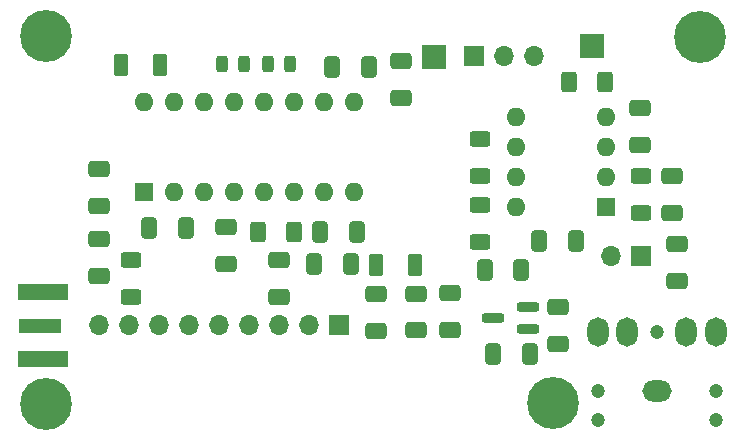
<source format=gbr>
%TF.GenerationSoftware,KiCad,Pcbnew,8.0.2-unknown-202405041935~ca16ff05df~ubuntu22.04.1*%
%TF.CreationDate,2024-05-05T07:49:21+05:30*%
%TF.ProjectId,BoB,426f422e-6b69-4636-9164-5f7063625858,rev?*%
%TF.SameCoordinates,Original*%
%TF.FileFunction,Soldermask,Top*%
%TF.FilePolarity,Negative*%
%FSLAX46Y46*%
G04 Gerber Fmt 4.6, Leading zero omitted, Abs format (unit mm)*
G04 Created by KiCad (PCBNEW 8.0.2-unknown-202405041935~ca16ff05df~ubuntu22.04.1) date 2024-05-05 07:49:21*
%MOMM*%
%LPD*%
G01*
G04 APERTURE LIST*
G04 Aperture macros list*
%AMRoundRect*
0 Rectangle with rounded corners*
0 $1 Rounding radius*
0 $2 $3 $4 $5 $6 $7 $8 $9 X,Y pos of 4 corners*
0 Add a 4 corners polygon primitive as box body*
4,1,4,$2,$3,$4,$5,$6,$7,$8,$9,$2,$3,0*
0 Add four circle primitives for the rounded corners*
1,1,$1+$1,$2,$3*
1,1,$1+$1,$4,$5*
1,1,$1+$1,$6,$7*
1,1,$1+$1,$8,$9*
0 Add four rect primitives between the rounded corners*
20,1,$1+$1,$2,$3,$4,$5,0*
20,1,$1+$1,$4,$5,$6,$7,0*
20,1,$1+$1,$6,$7,$8,$9,0*
20,1,$1+$1,$8,$9,$2,$3,0*%
G04 Aperture macros list end*
%ADD10R,2.000000X2.000000*%
%ADD11RoundRect,0.243750X-0.243750X-0.456250X0.243750X-0.456250X0.243750X0.456250X-0.243750X0.456250X0*%
%ADD12RoundRect,0.250000X-0.650000X0.412500X-0.650000X-0.412500X0.650000X-0.412500X0.650000X0.412500X0*%
%ADD13R,1.700000X1.700000*%
%ADD14O,1.700000X1.700000*%
%ADD15RoundRect,0.250000X0.650000X-0.412500X0.650000X0.412500X-0.650000X0.412500X-0.650000X-0.412500X0*%
%ADD16RoundRect,0.250000X-0.412500X-0.650000X0.412500X-0.650000X0.412500X0.650000X-0.412500X0.650000X0*%
%ADD17RoundRect,0.250000X-0.362500X-0.700000X0.362500X-0.700000X0.362500X0.700000X-0.362500X0.700000X0*%
%ADD18RoundRect,0.250000X0.412500X0.650000X-0.412500X0.650000X-0.412500X-0.650000X0.412500X-0.650000X0*%
%ADD19RoundRect,0.250000X-0.400000X-0.625000X0.400000X-0.625000X0.400000X0.625000X-0.400000X0.625000X0*%
%ADD20C,4.400000*%
%ADD21RoundRect,0.250000X-0.625000X0.400000X-0.625000X-0.400000X0.625000X-0.400000X0.625000X0.400000X0*%
%ADD22RoundRect,0.250000X0.625000X-0.400000X0.625000X0.400000X-0.625000X0.400000X-0.625000X-0.400000X0*%
%ADD23RoundRect,0.250000X0.400000X0.625000X-0.400000X0.625000X-0.400000X-0.625000X0.400000X-0.625000X0*%
%ADD24R,3.600000X1.270000*%
%ADD25R,4.200000X1.350000*%
%ADD26RoundRect,0.200000X0.750000X0.200000X-0.750000X0.200000X-0.750000X-0.200000X0.750000X-0.200000X0*%
%ADD27RoundRect,0.243750X0.243750X0.456250X-0.243750X0.456250X-0.243750X-0.456250X0.243750X-0.456250X0*%
%ADD28R,1.600000X1.600000*%
%ADD29O,1.600000X1.600000*%
%ADD30C,1.200000*%
%ADD31O,1.800000X2.500000*%
%ADD32O,2.500000X1.800000*%
G04 APERTURE END LIST*
D10*
%TO.C,TP1*%
X80460000Y-47660000D03*
%TD*%
D11*
%TO.C,D8*%
X66435000Y-48278000D03*
X68310000Y-48278000D03*
%TD*%
D12*
%TO.C,C5*%
X75612000Y-67733000D03*
X75612000Y-70858000D03*
%TD*%
D13*
%TO.C,RV1*%
X83900000Y-47590000D03*
D14*
X86440000Y-47590000D03*
X88980000Y-47590000D03*
%TD*%
D13*
%TO.C,J2*%
X98044000Y-64516000D03*
D14*
X95504000Y-64516000D03*
%TD*%
D15*
%TO.C,C8*%
X77710000Y-51102500D03*
X77710000Y-47977500D03*
%TD*%
D16*
%TO.C,C10*%
X56379500Y-62138000D03*
X59504500Y-62138000D03*
%TD*%
D17*
%TO.C,L1*%
X54009500Y-48338000D03*
X57334500Y-48338000D03*
%TD*%
D15*
%TO.C,C11*%
X52137000Y-60308000D03*
X52137000Y-57183000D03*
%TD*%
D18*
%TO.C,C6*%
X73462000Y-65208000D03*
X70337000Y-65208000D03*
%TD*%
D19*
%TO.C,R14*%
X65580000Y-62506000D03*
X68680000Y-62506000D03*
%TD*%
D18*
%TO.C,C9*%
X73991000Y-62506000D03*
X70866000Y-62506000D03*
%TD*%
D20*
%TO.C,H2*%
X90600000Y-76984000D03*
%TD*%
%TO.C,H4*%
X47649274Y-77087274D03*
%TD*%
D12*
%TO.C,C3*%
X78937000Y-67695500D03*
X78937000Y-70820500D03*
%TD*%
D20*
%TO.C,H1*%
X47649274Y-45892726D03*
%TD*%
D18*
%TO.C,C19*%
X87900000Y-65730000D03*
X84775000Y-65730000D03*
%TD*%
D17*
%TO.C,L2*%
X75599500Y-65258000D03*
X78924500Y-65258000D03*
%TD*%
D13*
%TO.C,JP1*%
X72438000Y-70380000D03*
D14*
X69898000Y-70380000D03*
X67358000Y-70380000D03*
X64818000Y-70380000D03*
X62278000Y-70380000D03*
X59738000Y-70380000D03*
X57198000Y-70380000D03*
X54658000Y-70380000D03*
X52118000Y-70380000D03*
%TD*%
D16*
%TO.C,C12*%
X89377000Y-63243000D03*
X92502000Y-63243000D03*
%TD*%
D15*
%TO.C,C2*%
X97942000Y-55132500D03*
X97942000Y-52007500D03*
%TD*%
D12*
%TO.C,C13*%
X91012000Y-68815500D03*
X91012000Y-71940500D03*
%TD*%
D10*
%TO.C,TP2*%
X93878000Y-46712000D03*
%TD*%
D12*
%TO.C,C17*%
X52112000Y-63045500D03*
X52112000Y-66170500D03*
%TD*%
%TO.C,C21*%
X67387000Y-64820500D03*
X67387000Y-67945500D03*
%TD*%
%TO.C,C16*%
X62890000Y-62030000D03*
X62890000Y-65155000D03*
%TD*%
D15*
%TO.C,C7*%
X100652000Y-60908000D03*
X100652000Y-57783000D03*
%TD*%
D21*
%TO.C,R13*%
X54872000Y-64848000D03*
X54872000Y-67948000D03*
%TD*%
D22*
%TO.C,R1*%
X84376000Y-63294000D03*
X84376000Y-60194000D03*
%TD*%
D23*
%TO.C,Rin1*%
X95000000Y-49778000D03*
X91900000Y-49778000D03*
%TD*%
D24*
%TO.C,J1*%
X47152000Y-70428000D03*
D25*
X47352000Y-67603000D03*
X47352000Y-73253000D03*
%TD*%
D22*
%TO.C,Rf1*%
X97992000Y-60863000D03*
X97992000Y-57763000D03*
%TD*%
D20*
%TO.C,H3*%
X103046000Y-45996000D03*
%TD*%
D18*
%TO.C,C1*%
X74968500Y-48514000D03*
X71843500Y-48514000D03*
%TD*%
D22*
%TO.C,R2*%
X84376000Y-57706000D03*
X84376000Y-54606000D03*
%TD*%
D26*
%TO.C,U4*%
X88470000Y-70730000D03*
X88470000Y-68830000D03*
X85470000Y-69780000D03*
%TD*%
D27*
%TO.C,D7*%
X64419500Y-48258000D03*
X62544500Y-48258000D03*
%TD*%
D16*
%TO.C,C18*%
X85480000Y-72840000D03*
X88605000Y-72840000D03*
%TD*%
D12*
%TO.C,C4*%
X81840000Y-67685000D03*
X81840000Y-70810000D03*
%TD*%
%TO.C,C14*%
X101092000Y-63500000D03*
X101092000Y-66625000D03*
%TD*%
D28*
%TO.C,U1*%
X55922000Y-59068000D03*
D29*
X58462000Y-59068000D03*
X61002000Y-59068000D03*
X63542000Y-59068000D03*
X66082000Y-59068000D03*
X68622000Y-59068000D03*
X71162000Y-59068000D03*
X73702000Y-59068000D03*
X73702000Y-51448000D03*
X71162000Y-51448000D03*
X68622000Y-51448000D03*
X66082000Y-51448000D03*
X63542000Y-51448000D03*
X61002000Y-51448000D03*
X58462000Y-51448000D03*
X55922000Y-51448000D03*
%TD*%
D30*
%TO.C,SPK1*%
X94362000Y-78420000D03*
X104362000Y-78420000D03*
X94362000Y-75920000D03*
X104362000Y-75920000D03*
X99362000Y-70920000D03*
D31*
X94362000Y-70920000D03*
X96862000Y-70920000D03*
D32*
X99362000Y-75920000D03*
D31*
X104362000Y-70920000D03*
X101862000Y-70920000D03*
%TD*%
D28*
%TO.C,U2*%
X95062000Y-60343000D03*
D29*
X95062000Y-57803000D03*
X95062000Y-55263000D03*
X95062000Y-52723000D03*
X87442000Y-52723000D03*
X87442000Y-55263000D03*
X87442000Y-57803000D03*
X87442000Y-60343000D03*
%TD*%
M02*

</source>
